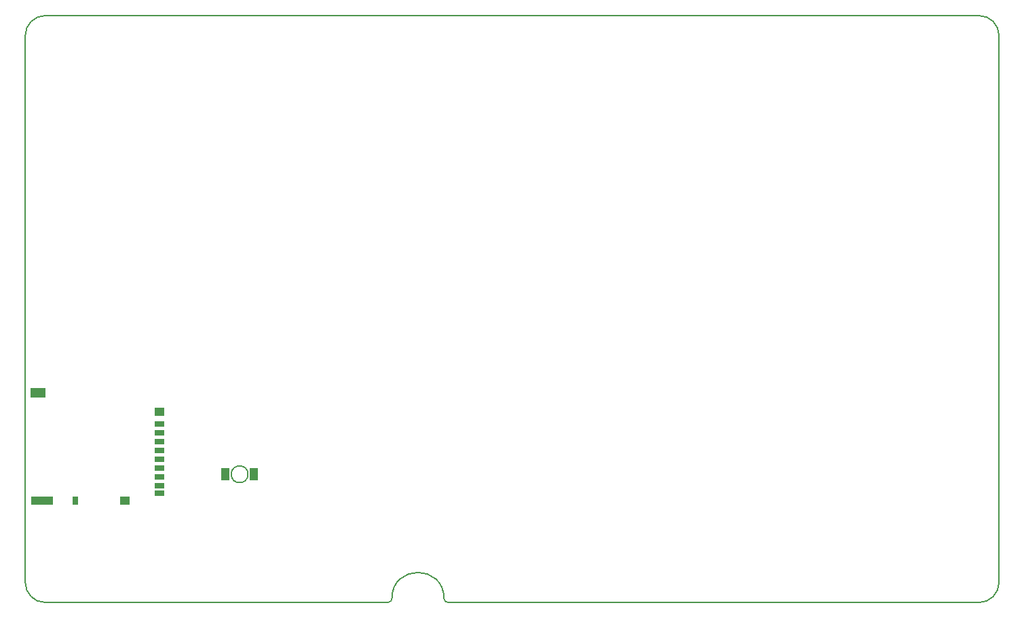
<source format=gbp>
G04 #@! TF.GenerationSoftware,KiCad,Pcbnew,(5.1.6)-1*
G04 #@! TF.CreationDate,2020-09-13T17:37:44+02:00*
G04 #@! TF.ProjectId,MainBoard,4d61696e-426f-4617-9264-2e6b69636164,rev?*
G04 #@! TF.SameCoordinates,Original*
G04 #@! TF.FileFunction,Paste,Bot*
G04 #@! TF.FilePolarity,Positive*
%FSLAX46Y46*%
G04 Gerber Fmt 4.6, Leading zero omitted, Abs format (unit mm)*
G04 Created by KiCad (PCBNEW (5.1.6)-1) date 2020-09-13 17:37:44*
%MOMM*%
%LPD*%
G01*
G04 APERTURE LIST*
G04 #@! TA.AperFunction,Profile*
%ADD10C,0.153000*%
G04 #@! TD*
G04 #@! TA.AperFunction,Profile*
%ADD11C,0.200000*%
G04 #@! TD*
%ADD12R,1.200000X0.700000*%
%ADD13R,1.200000X1.000000*%
%ADD14R,0.800000X1.000000*%
%ADD15R,2.800000X1.000000*%
%ADD16R,1.900000X1.300000*%
%ADD17R,1.000000X1.600000*%
G04 APERTURE END LIST*
D10*
X51050000Y-94250000D02*
G75*
G03*
X51050000Y-94250000I-1050000J0D01*
G01*
D11*
X68500000Y-110250000D02*
X25750000Y-110250000D01*
X76000000Y-110250000D02*
G75*
G02*
X75500000Y-109750000I0J500000D01*
G01*
X69000000Y-109750000D02*
G75*
G02*
X68500000Y-110250000I-500000J0D01*
G01*
X69000000Y-109750000D02*
G75*
G02*
X75500000Y-109750000I3250000J0D01*
G01*
X23250000Y-39500000D02*
G75*
G02*
X25750000Y-37000000I2500000J0D01*
G01*
X25750000Y-110250000D02*
G75*
G02*
X23250000Y-107750000I0J2500000D01*
G01*
X23250000Y-107750000D02*
X23250000Y-39500000D01*
X142250000Y-37000000D02*
X25750000Y-37000000D01*
X142250000Y-110250000D02*
X76000000Y-110250000D01*
X142250000Y-37000000D02*
G75*
G02*
X144750000Y-39500000I0J-2500000D01*
G01*
X144750000Y-107750000D02*
G75*
G02*
X142250000Y-110250000I-2500000J0D01*
G01*
X144750000Y-39500000D02*
X144750000Y-107750000D01*
D12*
X39975000Y-96625000D03*
X39975000Y-95675000D03*
X39975000Y-87975000D03*
X39975000Y-89075000D03*
X39975000Y-90175000D03*
X39975000Y-91275000D03*
X39975000Y-92375000D03*
X39975000Y-93475000D03*
X39975000Y-94575000D03*
D13*
X39975000Y-86425000D03*
X35675000Y-97575000D03*
D14*
X29475000Y-97575000D03*
D15*
X25325000Y-97575000D03*
D16*
X24875000Y-84075000D03*
D17*
X48200000Y-94250000D03*
X51800000Y-94250000D03*
M02*

</source>
